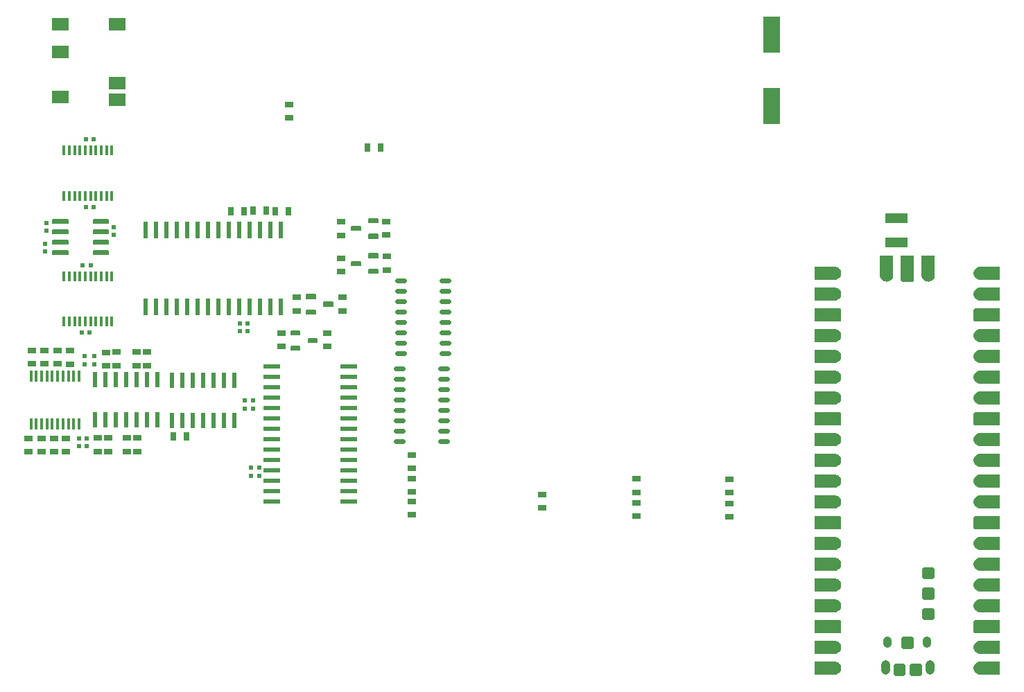
<source format=gbr>
G04 EAGLE Gerber RS-274X export*
G75*
%MOMM*%
%FSLAX34Y34*%
%LPD*%
%INSolderpaste Top*%
%IPPOS*%
%AMOC8*
5,1,8,0,0,1.08239X$1,22.5*%
G01*
G04 Define Apertures*
%ADD10R,2.000000X1.500000*%
%ADD11R,2.715300X1.164600*%
%ADD12R,0.560000X0.629100*%
%ADD13R,0.629100X0.560000*%
%ADD14R,2.115300X4.415700*%
%ADD15R,2.000000X0.600000*%
%ADD16R,0.600000X2.000000*%
%ADD17R,0.973900X0.798700*%
%ADD18R,0.798700X0.973900*%
%ADD19R,0.355600X1.409700*%
%ADD20C,0.600000*%
%ADD21C,1.100000*%
%ADD22C,1.050000*%
%ADD23R,0.558800X1.981200*%
%ADD24C,0.150000*%
%ADD25R,0.304800X1.168400*%
%ADD26C,0.147500*%
G36*
X1136808Y76100D02*
X1136808Y92200D01*
X1166862Y92200D01*
X1167389Y92131D01*
X1167884Y91926D01*
X1168308Y91600D01*
X1168634Y91175D01*
X1168839Y90681D01*
X1168908Y90153D01*
X1168908Y78147D01*
X1168839Y77619D01*
X1168634Y77125D01*
X1168308Y76700D01*
X1167884Y76374D01*
X1167389Y76169D01*
X1166862Y76100D01*
X1136808Y76100D01*
G37*
G36*
X1136808Y203100D02*
X1136808Y219200D01*
X1166862Y219200D01*
X1167389Y219131D01*
X1167884Y218926D01*
X1168308Y218600D01*
X1168634Y218175D01*
X1168839Y217681D01*
X1168908Y217153D01*
X1168908Y205147D01*
X1168839Y204619D01*
X1168634Y204125D01*
X1168308Y203700D01*
X1167884Y203374D01*
X1167389Y203169D01*
X1166862Y203100D01*
X1136808Y203100D01*
G37*
G36*
X1136808Y330100D02*
X1136808Y346200D01*
X1166862Y346200D01*
X1167389Y346131D01*
X1167884Y345926D01*
X1168308Y345600D01*
X1168634Y345175D01*
X1168839Y344681D01*
X1168908Y344153D01*
X1168908Y332147D01*
X1168839Y331619D01*
X1168634Y331125D01*
X1168308Y330700D01*
X1167884Y330374D01*
X1167389Y330169D01*
X1166862Y330100D01*
X1136808Y330100D01*
G37*
G36*
X1136808Y457100D02*
X1136808Y473200D01*
X1166862Y473200D01*
X1167389Y473131D01*
X1167884Y472926D01*
X1168308Y472600D01*
X1168634Y472175D01*
X1168839Y471681D01*
X1168908Y471153D01*
X1168908Y459147D01*
X1168839Y458619D01*
X1168634Y458125D01*
X1168308Y457700D01*
X1167884Y457374D01*
X1167389Y457169D01*
X1166862Y457100D01*
X1136808Y457100D01*
G37*
G36*
X1241708Y507647D02*
X1241708Y537700D01*
X1257808Y537700D01*
X1257808Y507647D01*
X1257739Y507119D01*
X1257534Y506625D01*
X1257208Y506200D01*
X1256784Y505874D01*
X1256289Y505669D01*
X1255762Y505600D01*
X1243755Y505600D01*
X1243228Y505669D01*
X1242733Y505874D01*
X1242309Y506200D01*
X1241983Y506625D01*
X1241778Y507119D01*
X1241708Y507647D01*
G37*
G36*
X1332128Y92131D02*
X1332655Y92200D01*
X1362708Y92200D01*
X1362708Y76100D01*
X1332655Y76100D01*
X1332128Y76169D01*
X1331633Y76374D01*
X1331209Y76700D01*
X1330883Y77125D01*
X1330678Y77619D01*
X1330608Y78147D01*
X1330608Y90153D01*
X1330678Y90681D01*
X1330883Y91175D01*
X1331209Y91600D01*
X1331633Y91926D01*
X1332128Y92131D01*
G37*
G36*
X1332128Y219131D02*
X1332655Y219200D01*
X1362708Y219200D01*
X1362708Y203100D01*
X1332655Y203100D01*
X1332128Y203169D01*
X1331633Y203374D01*
X1331209Y203700D01*
X1330883Y204125D01*
X1330678Y204619D01*
X1330608Y205147D01*
X1330608Y217153D01*
X1330678Y217681D01*
X1330883Y218175D01*
X1331209Y218600D01*
X1331633Y218926D01*
X1332128Y219131D01*
G37*
G36*
X1332128Y346131D02*
X1332655Y346200D01*
X1362708Y346200D01*
X1362708Y330100D01*
X1332655Y330100D01*
X1332128Y330169D01*
X1331633Y330374D01*
X1331209Y330700D01*
X1330883Y331125D01*
X1330678Y331619D01*
X1330608Y332147D01*
X1330608Y344153D01*
X1330678Y344681D01*
X1330883Y345175D01*
X1331209Y345600D01*
X1331633Y345926D01*
X1332128Y346131D01*
G37*
G36*
X1332128Y473131D02*
X1332655Y473200D01*
X1362708Y473200D01*
X1362708Y457100D01*
X1332655Y457100D01*
X1332128Y457169D01*
X1331633Y457374D01*
X1331209Y457700D01*
X1330883Y458125D01*
X1330678Y458619D01*
X1330608Y459147D01*
X1330608Y471153D01*
X1330678Y471681D01*
X1330883Y472175D01*
X1331209Y472600D01*
X1331633Y472926D01*
X1332128Y473131D01*
G37*
G36*
X1136808Y25300D02*
X1136808Y41400D01*
X1160861Y41400D01*
X1162429Y41246D01*
X1163939Y40787D01*
X1165331Y40044D01*
X1166551Y39042D01*
X1167552Y37822D01*
X1168296Y36431D01*
X1168754Y34921D01*
X1168909Y33350D01*
X1168754Y31779D01*
X1168296Y30269D01*
X1167552Y28878D01*
X1166551Y27658D01*
X1165331Y26656D01*
X1163939Y25913D01*
X1162429Y25454D01*
X1160861Y25300D01*
X1136808Y25300D01*
G37*
G36*
X1136808Y50700D02*
X1136808Y66800D01*
X1160861Y66800D01*
X1162429Y66646D01*
X1163939Y66187D01*
X1165331Y65444D01*
X1166551Y64442D01*
X1167552Y63222D01*
X1168296Y61831D01*
X1168754Y60321D01*
X1168909Y58750D01*
X1168754Y57179D01*
X1168296Y55669D01*
X1167552Y54278D01*
X1166551Y53058D01*
X1165331Y52056D01*
X1163939Y51313D01*
X1162429Y50854D01*
X1160861Y50700D01*
X1136808Y50700D01*
G37*
G36*
X1136808Y101500D02*
X1136808Y117600D01*
X1160861Y117600D01*
X1162429Y117446D01*
X1163939Y116987D01*
X1165331Y116244D01*
X1166551Y115242D01*
X1167552Y114022D01*
X1168296Y112631D01*
X1168754Y111121D01*
X1168909Y109550D01*
X1168754Y107979D01*
X1168296Y106469D01*
X1167552Y105078D01*
X1166551Y103858D01*
X1165331Y102856D01*
X1163939Y102113D01*
X1162429Y101654D01*
X1160861Y101500D01*
X1136808Y101500D01*
G37*
G36*
X1136808Y126900D02*
X1136808Y143000D01*
X1160861Y143000D01*
X1162429Y142846D01*
X1163939Y142387D01*
X1165331Y141644D01*
X1166551Y140642D01*
X1167552Y139422D01*
X1168296Y138031D01*
X1168754Y136521D01*
X1168909Y134950D01*
X1168754Y133379D01*
X1168296Y131869D01*
X1167552Y130478D01*
X1166551Y129258D01*
X1165331Y128256D01*
X1163939Y127513D01*
X1162429Y127054D01*
X1160861Y126900D01*
X1136808Y126900D01*
G37*
G36*
X1136808Y152300D02*
X1136808Y168400D01*
X1160861Y168400D01*
X1162429Y168246D01*
X1163939Y167787D01*
X1165331Y167044D01*
X1166551Y166042D01*
X1167552Y164822D01*
X1168296Y163431D01*
X1168754Y161921D01*
X1168909Y160350D01*
X1168754Y158779D01*
X1168296Y157269D01*
X1167552Y155878D01*
X1166551Y154658D01*
X1165331Y153656D01*
X1163939Y152913D01*
X1162429Y152454D01*
X1160861Y152300D01*
X1136808Y152300D01*
G37*
G36*
X1136808Y177700D02*
X1136808Y193800D01*
X1160861Y193800D01*
X1162429Y193646D01*
X1163939Y193187D01*
X1165331Y192444D01*
X1166551Y191442D01*
X1167552Y190222D01*
X1168296Y188831D01*
X1168754Y187321D01*
X1168909Y185750D01*
X1168754Y184179D01*
X1168296Y182669D01*
X1167552Y181278D01*
X1166551Y180058D01*
X1165331Y179056D01*
X1163939Y178313D01*
X1162429Y177854D01*
X1160861Y177700D01*
X1136808Y177700D01*
G37*
G36*
X1136808Y228500D02*
X1136808Y244600D01*
X1160861Y244600D01*
X1162429Y244446D01*
X1163939Y243987D01*
X1165331Y243244D01*
X1166551Y242242D01*
X1167552Y241022D01*
X1168296Y239631D01*
X1168754Y238121D01*
X1168909Y236550D01*
X1168754Y234979D01*
X1168296Y233469D01*
X1167552Y232078D01*
X1166551Y230858D01*
X1165331Y229856D01*
X1163939Y229113D01*
X1162429Y228654D01*
X1160861Y228500D01*
X1136808Y228500D01*
G37*
G36*
X1136808Y253900D02*
X1136808Y270000D01*
X1160861Y270000D01*
X1162429Y269846D01*
X1163939Y269387D01*
X1165331Y268644D01*
X1166551Y267642D01*
X1167552Y266422D01*
X1168296Y265031D01*
X1168754Y263521D01*
X1168909Y261950D01*
X1168754Y260379D01*
X1168296Y258869D01*
X1167552Y257478D01*
X1166551Y256258D01*
X1165331Y255256D01*
X1163939Y254513D01*
X1162429Y254054D01*
X1160861Y253900D01*
X1136808Y253900D01*
G37*
G36*
X1136808Y279300D02*
X1136808Y295400D01*
X1160861Y295400D01*
X1162429Y295246D01*
X1163939Y294787D01*
X1165331Y294044D01*
X1166551Y293042D01*
X1167552Y291822D01*
X1168296Y290431D01*
X1168754Y288921D01*
X1168909Y287350D01*
X1168754Y285779D01*
X1168296Y284269D01*
X1167552Y282878D01*
X1166551Y281658D01*
X1165331Y280656D01*
X1163939Y279913D01*
X1162429Y279454D01*
X1160861Y279300D01*
X1136808Y279300D01*
G37*
G36*
X1136808Y304700D02*
X1136808Y320800D01*
X1160861Y320800D01*
X1162429Y320646D01*
X1163939Y320187D01*
X1165331Y319444D01*
X1166551Y318442D01*
X1167552Y317222D01*
X1168296Y315831D01*
X1168754Y314321D01*
X1168909Y312750D01*
X1168754Y311179D01*
X1168296Y309669D01*
X1167552Y308278D01*
X1166551Y307058D01*
X1165331Y306056D01*
X1163939Y305313D01*
X1162429Y304854D01*
X1160861Y304700D01*
X1136808Y304700D01*
G37*
G36*
X1136808Y355500D02*
X1136808Y371600D01*
X1160861Y371600D01*
X1162429Y371446D01*
X1163939Y370987D01*
X1165331Y370244D01*
X1166551Y369242D01*
X1167552Y368022D01*
X1168296Y366631D01*
X1168754Y365121D01*
X1168909Y363550D01*
X1168754Y361979D01*
X1168296Y360469D01*
X1167552Y359078D01*
X1166551Y357858D01*
X1165331Y356856D01*
X1163939Y356113D01*
X1162429Y355654D01*
X1160861Y355500D01*
X1136808Y355500D01*
G37*
G36*
X1136808Y380900D02*
X1136808Y397000D01*
X1160861Y397000D01*
X1162429Y396846D01*
X1163939Y396387D01*
X1165331Y395644D01*
X1166551Y394642D01*
X1167552Y393422D01*
X1168296Y392031D01*
X1168754Y390521D01*
X1168909Y388950D01*
X1168754Y387379D01*
X1168296Y385869D01*
X1167552Y384478D01*
X1166551Y383258D01*
X1165331Y382256D01*
X1163939Y381513D01*
X1162429Y381054D01*
X1160861Y380900D01*
X1136808Y380900D01*
G37*
G36*
X1136808Y406300D02*
X1136808Y422400D01*
X1160861Y422400D01*
X1162429Y422246D01*
X1163939Y421787D01*
X1165331Y421044D01*
X1166551Y420042D01*
X1167552Y418822D01*
X1168296Y417431D01*
X1168754Y415921D01*
X1168909Y414350D01*
X1168754Y412779D01*
X1168296Y411269D01*
X1167552Y409878D01*
X1166551Y408658D01*
X1165331Y407656D01*
X1163939Y406913D01*
X1162429Y406454D01*
X1160861Y406300D01*
X1136808Y406300D01*
G37*
G36*
X1136808Y431700D02*
X1136808Y447800D01*
X1160861Y447800D01*
X1162429Y447646D01*
X1163939Y447187D01*
X1165331Y446444D01*
X1166551Y445442D01*
X1167552Y444222D01*
X1168296Y442831D01*
X1168754Y441321D01*
X1168909Y439750D01*
X1168754Y438179D01*
X1168296Y436669D01*
X1167552Y435278D01*
X1166551Y434058D01*
X1165331Y433056D01*
X1163939Y432313D01*
X1162429Y431854D01*
X1160861Y431700D01*
X1136808Y431700D01*
G37*
G36*
X1136808Y482500D02*
X1136808Y498600D01*
X1160861Y498600D01*
X1162429Y498446D01*
X1163939Y497987D01*
X1165331Y497244D01*
X1166551Y496242D01*
X1167552Y495022D01*
X1168296Y493631D01*
X1168754Y492121D01*
X1168909Y490550D01*
X1168754Y488979D01*
X1168296Y487469D01*
X1167552Y486078D01*
X1166551Y484858D01*
X1165331Y483856D01*
X1163939Y483113D01*
X1162429Y482654D01*
X1160861Y482500D01*
X1136808Y482500D01*
G37*
G36*
X1136808Y507900D02*
X1136808Y524000D01*
X1160861Y524000D01*
X1162429Y523846D01*
X1163939Y523387D01*
X1165331Y522644D01*
X1166551Y521642D01*
X1167552Y520422D01*
X1168296Y519031D01*
X1168754Y517521D01*
X1168909Y515950D01*
X1168754Y514379D01*
X1168296Y512869D01*
X1167552Y511478D01*
X1166551Y510258D01*
X1165331Y509256D01*
X1163939Y508513D01*
X1162429Y508054D01*
X1160861Y507900D01*
X1136808Y507900D01*
G37*
G36*
X1216308Y513648D02*
X1216308Y537700D01*
X1232408Y537700D01*
X1232408Y513648D01*
X1232254Y512079D01*
X1231796Y510569D01*
X1231052Y509178D01*
X1230051Y507958D01*
X1228831Y506956D01*
X1227439Y506213D01*
X1225929Y505754D01*
X1224358Y505600D01*
X1222788Y505754D01*
X1221278Y506213D01*
X1219886Y506956D01*
X1218666Y507958D01*
X1217665Y509178D01*
X1216921Y510569D01*
X1216463Y512079D01*
X1216308Y513648D01*
G37*
G36*
X1267108Y513648D02*
X1267108Y537700D01*
X1283208Y537700D01*
X1283208Y513648D01*
X1283054Y512079D01*
X1282596Y510569D01*
X1281852Y509178D01*
X1280851Y507958D01*
X1279631Y506956D01*
X1278239Y506213D01*
X1276729Y505754D01*
X1275158Y505600D01*
X1273588Y505754D01*
X1272078Y506213D01*
X1270686Y506956D01*
X1269466Y507958D01*
X1268465Y509178D01*
X1267721Y510569D01*
X1267263Y512079D01*
X1267108Y513648D01*
G37*
G36*
X1337088Y41246D02*
X1338656Y41400D01*
X1362708Y41400D01*
X1362708Y25300D01*
X1338656Y25300D01*
X1337088Y25454D01*
X1335578Y25913D01*
X1334186Y26656D01*
X1332966Y27658D01*
X1331965Y28878D01*
X1331221Y30269D01*
X1330763Y31779D01*
X1330608Y33350D01*
X1330763Y34921D01*
X1331221Y36431D01*
X1331965Y37822D01*
X1332966Y39042D01*
X1334186Y40044D01*
X1335578Y40787D01*
X1337088Y41246D01*
G37*
G36*
X1337088Y66646D02*
X1338656Y66800D01*
X1362708Y66800D01*
X1362708Y50700D01*
X1338656Y50700D01*
X1337088Y50854D01*
X1335578Y51313D01*
X1334186Y52056D01*
X1332966Y53058D01*
X1331965Y54278D01*
X1331221Y55669D01*
X1330763Y57179D01*
X1330608Y58750D01*
X1330763Y60321D01*
X1331221Y61831D01*
X1331965Y63222D01*
X1332966Y64442D01*
X1334186Y65444D01*
X1335578Y66187D01*
X1337088Y66646D01*
G37*
G36*
X1337088Y117446D02*
X1338656Y117600D01*
X1362708Y117600D01*
X1362708Y101500D01*
X1338656Y101500D01*
X1337088Y101654D01*
X1335578Y102113D01*
X1334186Y102856D01*
X1332966Y103858D01*
X1331965Y105078D01*
X1331221Y106469D01*
X1330763Y107979D01*
X1330608Y109550D01*
X1330763Y111121D01*
X1331221Y112631D01*
X1331965Y114022D01*
X1332966Y115242D01*
X1334186Y116244D01*
X1335578Y116987D01*
X1337088Y117446D01*
G37*
G36*
X1337088Y142846D02*
X1338656Y143000D01*
X1362708Y143000D01*
X1362708Y126900D01*
X1338656Y126900D01*
X1337088Y127054D01*
X1335578Y127513D01*
X1334186Y128256D01*
X1332966Y129258D01*
X1331965Y130478D01*
X1331221Y131869D01*
X1330763Y133379D01*
X1330608Y134950D01*
X1330763Y136521D01*
X1331221Y138031D01*
X1331965Y139422D01*
X1332966Y140642D01*
X1334186Y141644D01*
X1335578Y142387D01*
X1337088Y142846D01*
G37*
G36*
X1337088Y168246D02*
X1338656Y168400D01*
X1362708Y168400D01*
X1362708Y152300D01*
X1338656Y152300D01*
X1337088Y152454D01*
X1335578Y152913D01*
X1334186Y153656D01*
X1332966Y154658D01*
X1331965Y155878D01*
X1331221Y157269D01*
X1330763Y158779D01*
X1330608Y160350D01*
X1330763Y161921D01*
X1331221Y163431D01*
X1331965Y164822D01*
X1332966Y166042D01*
X1334186Y167044D01*
X1335578Y167787D01*
X1337088Y168246D01*
G37*
G36*
X1337088Y193646D02*
X1338656Y193800D01*
X1362708Y193800D01*
X1362708Y177700D01*
X1338656Y177700D01*
X1337088Y177854D01*
X1335578Y178313D01*
X1334186Y179056D01*
X1332966Y180058D01*
X1331965Y181278D01*
X1331221Y182669D01*
X1330763Y184179D01*
X1330608Y185750D01*
X1330763Y187321D01*
X1331221Y188831D01*
X1331965Y190222D01*
X1332966Y191442D01*
X1334186Y192444D01*
X1335578Y193187D01*
X1337088Y193646D01*
G37*
G36*
X1337088Y244446D02*
X1338656Y244600D01*
X1362708Y244600D01*
X1362708Y228500D01*
X1338656Y228500D01*
X1337088Y228654D01*
X1335578Y229113D01*
X1334186Y229856D01*
X1332966Y230858D01*
X1331965Y232078D01*
X1331221Y233469D01*
X1330763Y234979D01*
X1330608Y236550D01*
X1330763Y238121D01*
X1331221Y239631D01*
X1331965Y241022D01*
X1332966Y242242D01*
X1334186Y243244D01*
X1335578Y243987D01*
X1337088Y244446D01*
G37*
G36*
X1337088Y269846D02*
X1338656Y270000D01*
X1362708Y270000D01*
X1362708Y253900D01*
X1338656Y253900D01*
X1337088Y254054D01*
X1335578Y254513D01*
X1334186Y255256D01*
X1332966Y256258D01*
X1331965Y257478D01*
X1331221Y258869D01*
X1330763Y260379D01*
X1330608Y261950D01*
X1330763Y263521D01*
X1331221Y265031D01*
X1331965Y266422D01*
X1332966Y267642D01*
X1334186Y268644D01*
X1335578Y269387D01*
X1337088Y269846D01*
G37*
G36*
X1337088Y295246D02*
X1338656Y295400D01*
X1362708Y295400D01*
X1362708Y279300D01*
X1338656Y279300D01*
X1337088Y279454D01*
X1335578Y279913D01*
X1334186Y280656D01*
X1332966Y281658D01*
X1331965Y282878D01*
X1331221Y284269D01*
X1330763Y285779D01*
X1330608Y287350D01*
X1330763Y288921D01*
X1331221Y290431D01*
X1331965Y291822D01*
X1332966Y293042D01*
X1334186Y294044D01*
X1335578Y294787D01*
X1337088Y295246D01*
G37*
G36*
X1337088Y320646D02*
X1338656Y320800D01*
X1362708Y320800D01*
X1362708Y304700D01*
X1338656Y304700D01*
X1337088Y304854D01*
X1335578Y305313D01*
X1334186Y306056D01*
X1332966Y307058D01*
X1331965Y308278D01*
X1331221Y309669D01*
X1330763Y311179D01*
X1330608Y312750D01*
X1330763Y314321D01*
X1331221Y315831D01*
X1331965Y317222D01*
X1332966Y318442D01*
X1334186Y319444D01*
X1335578Y320187D01*
X1337088Y320646D01*
G37*
G36*
X1337088Y371446D02*
X1338656Y371600D01*
X1362708Y371600D01*
X1362708Y355500D01*
X1338656Y355500D01*
X1337088Y355654D01*
X1335578Y356113D01*
X1334186Y356856D01*
X1332966Y357858D01*
X1331965Y359078D01*
X1331221Y360469D01*
X1330763Y361979D01*
X1330608Y363550D01*
X1330763Y365121D01*
X1331221Y366631D01*
X1331965Y368022D01*
X1332966Y369242D01*
X1334186Y370244D01*
X1335578Y370987D01*
X1337088Y371446D01*
G37*
G36*
X1337088Y396846D02*
X1338656Y397000D01*
X1362708Y397000D01*
X1362708Y380900D01*
X1338656Y380900D01*
X1337088Y381054D01*
X1335578Y381513D01*
X1334186Y382256D01*
X1332966Y383258D01*
X1331965Y384478D01*
X1331221Y385869D01*
X1330763Y387379D01*
X1330608Y388950D01*
X1330763Y390521D01*
X1331221Y392031D01*
X1331965Y393422D01*
X1332966Y394642D01*
X1334186Y395644D01*
X1335578Y396387D01*
X1337088Y396846D01*
G37*
G36*
X1337088Y422246D02*
X1338656Y422400D01*
X1362708Y422400D01*
X1362708Y406300D01*
X1338656Y406300D01*
X1337088Y406454D01*
X1335578Y406913D01*
X1334186Y407656D01*
X1332966Y408658D01*
X1331965Y409878D01*
X1331221Y411269D01*
X1330763Y412779D01*
X1330608Y414350D01*
X1330763Y415921D01*
X1331221Y417431D01*
X1331965Y418822D01*
X1332966Y420042D01*
X1334186Y421044D01*
X1335578Y421787D01*
X1337088Y422246D01*
G37*
G36*
X1337088Y447646D02*
X1338656Y447800D01*
X1362708Y447800D01*
X1362708Y431700D01*
X1338656Y431700D01*
X1337088Y431854D01*
X1335578Y432313D01*
X1334186Y433056D01*
X1332966Y434058D01*
X1331965Y435278D01*
X1331221Y436669D01*
X1330763Y438179D01*
X1330608Y439750D01*
X1330763Y441321D01*
X1331221Y442831D01*
X1331965Y444222D01*
X1332966Y445442D01*
X1334186Y446444D01*
X1335578Y447187D01*
X1337088Y447646D01*
G37*
G36*
X1337088Y498446D02*
X1338656Y498600D01*
X1362708Y498600D01*
X1362708Y482500D01*
X1338656Y482500D01*
X1337088Y482654D01*
X1335578Y483113D01*
X1334186Y483856D01*
X1332966Y484858D01*
X1331965Y486078D01*
X1331221Y487469D01*
X1330763Y488979D01*
X1330608Y490550D01*
X1330763Y492121D01*
X1331221Y493631D01*
X1331965Y495022D01*
X1332966Y496242D01*
X1334186Y497244D01*
X1335578Y497987D01*
X1337088Y498446D01*
G37*
G36*
X1337088Y523846D02*
X1338656Y524000D01*
X1362708Y524000D01*
X1362708Y507900D01*
X1338656Y507900D01*
X1337088Y508054D01*
X1335578Y508513D01*
X1334186Y509256D01*
X1332966Y510258D01*
X1331965Y511478D01*
X1331221Y512869D01*
X1330763Y514379D01*
X1330608Y515950D01*
X1330763Y517521D01*
X1331221Y519031D01*
X1331965Y520422D01*
X1332966Y521642D01*
X1334186Y522644D01*
X1335578Y523387D01*
X1337088Y523846D01*
G37*
D10*
X285060Y820310D03*
X215060Y820310D03*
X215060Y786310D03*
X215060Y731310D03*
X285060Y748310D03*
X285060Y728310D03*
D11*
X1236750Y582974D03*
X1236750Y553466D03*
D12*
X458006Y268500D03*
X448314Y268500D03*
D13*
X443760Y454656D03*
X443760Y444964D03*
X434870Y454656D03*
X434870Y444964D03*
D14*
X1084050Y807510D03*
X1084050Y720456D03*
D13*
X256770Y404834D03*
X256770Y414526D03*
X450810Y350714D03*
X450810Y360406D03*
X238530Y313986D03*
X238530Y304294D03*
X245340Y404834D03*
X245340Y414526D03*
X440650Y350714D03*
X440650Y360406D03*
X247420Y313986D03*
X247420Y304294D03*
D12*
X458006Y278660D03*
X448314Y278660D03*
D15*
X473884Y402060D03*
X473884Y389360D03*
X473884Y376660D03*
X473884Y363960D03*
X473884Y351260D03*
X473884Y338560D03*
X473884Y325860D03*
X473884Y313160D03*
X473884Y300460D03*
X473884Y287760D03*
X473884Y275060D03*
X473884Y262360D03*
X473884Y249660D03*
X473884Y236960D03*
X567884Y236960D03*
X567884Y249660D03*
X567884Y262360D03*
X567884Y275060D03*
X567884Y287760D03*
X567884Y300460D03*
X567884Y313160D03*
X567884Y325860D03*
X567884Y338560D03*
X567884Y351260D03*
X567884Y363960D03*
X567884Y376660D03*
X567884Y389360D03*
X567884Y402060D03*
D16*
X319510Y474740D03*
X332210Y474740D03*
X344910Y474740D03*
X357610Y474740D03*
X370310Y474740D03*
X383010Y474740D03*
X395710Y474740D03*
X408410Y474740D03*
X421110Y474740D03*
X433810Y474740D03*
X446510Y474740D03*
X459210Y474740D03*
X471910Y474740D03*
X484610Y474740D03*
X484610Y568740D03*
X471910Y568740D03*
X459210Y568740D03*
X446510Y568740D03*
X433810Y568740D03*
X421110Y568740D03*
X408410Y568740D03*
X395710Y568740D03*
X383010Y568740D03*
X370310Y568740D03*
X357610Y568740D03*
X344910Y568740D03*
X332210Y568740D03*
X319510Y568740D03*
D17*
X1032566Y263780D03*
X1032566Y247476D03*
X176300Y297768D03*
X176300Y314072D03*
X180361Y421433D03*
X180361Y405129D03*
X195664Y421642D03*
X195664Y405338D03*
X212320Y421642D03*
X212320Y405338D03*
X227560Y421114D03*
X227560Y404810D03*
X644756Y264924D03*
X644756Y248620D03*
X918520Y264542D03*
X918520Y248238D03*
X644882Y236823D03*
X644882Y220519D03*
X644882Y293372D03*
X644882Y277068D03*
D18*
X450848Y592050D03*
X467152Y592050D03*
X477357Y592007D03*
X493661Y592007D03*
X423763Y592007D03*
X440067Y592007D03*
D17*
X494560Y722122D03*
X494560Y705818D03*
X1032566Y218266D03*
X1032566Y234570D03*
X918520Y219028D03*
X918520Y235332D03*
X803886Y245112D03*
X803886Y228808D03*
X221720Y297688D03*
X221720Y313992D03*
X207750Y297688D03*
X207750Y313992D03*
X192510Y297688D03*
X192510Y313992D03*
D19*
X238059Y390437D03*
X231560Y390437D03*
X225060Y390437D03*
X218560Y390437D03*
X212060Y390437D03*
X205560Y390437D03*
X199060Y390437D03*
X192560Y390437D03*
X186060Y390437D03*
X179561Y390437D03*
X179561Y331383D03*
X186060Y331383D03*
X192560Y331383D03*
X199060Y331383D03*
X205560Y331383D03*
X212060Y331383D03*
X218560Y331383D03*
X225060Y331383D03*
X231560Y331383D03*
X238059Y331383D03*
D20*
X1255258Y36150D02*
X1264258Y36150D01*
X1264258Y27150D01*
X1255258Y27150D01*
X1255258Y36150D01*
X1255258Y32850D02*
X1264258Y32850D01*
X1244258Y36150D02*
X1235258Y36150D01*
X1244258Y36150D02*
X1244258Y27150D01*
X1235258Y27150D01*
X1235258Y36150D01*
X1235258Y32850D02*
X1244258Y32850D01*
X1245258Y69150D02*
X1254258Y69150D01*
X1254258Y60150D01*
X1245258Y60150D01*
X1245258Y69150D01*
X1245258Y65850D02*
X1254258Y65850D01*
X1270258Y104150D02*
X1279258Y104150D01*
X1279258Y95150D01*
X1270258Y95150D01*
X1270258Y104150D01*
X1270258Y100850D02*
X1279258Y100850D01*
X1279258Y129150D02*
X1270258Y129150D01*
X1279258Y129150D02*
X1279258Y120150D01*
X1270258Y120150D01*
X1270258Y129150D01*
X1270258Y125850D02*
X1279258Y125850D01*
X1279258Y154150D02*
X1270258Y154150D01*
X1279258Y154150D02*
X1279258Y145150D01*
X1270258Y145150D01*
X1270258Y154150D01*
X1270258Y150850D02*
X1279258Y150850D01*
D21*
X1277008Y38150D02*
X1277008Y31150D01*
X1222508Y31150D02*
X1222508Y38150D01*
D22*
X1274008Y62950D02*
X1274008Y66950D01*
X1225508Y66950D02*
X1225508Y62950D01*
D23*
X257898Y336447D03*
X270598Y336447D03*
X283298Y336447D03*
X295998Y336447D03*
X308698Y336447D03*
X321398Y336447D03*
X334098Y336447D03*
X334098Y385723D03*
X321398Y385723D03*
X308698Y385723D03*
X295998Y385723D03*
X283298Y385723D03*
X270598Y385723D03*
X257898Y385723D03*
X428030Y385278D03*
X415330Y385278D03*
X402630Y385278D03*
X389930Y385278D03*
X377230Y385278D03*
X364530Y385278D03*
X351830Y385278D03*
X351830Y336002D03*
X364530Y336002D03*
X377230Y336002D03*
X389930Y336002D03*
X402630Y336002D03*
X415330Y336002D03*
X428030Y336002D03*
D20*
X626400Y507070D02*
X634900Y507070D01*
X634900Y494370D02*
X626400Y494370D01*
X626400Y481670D02*
X634900Y481670D01*
X634900Y468970D02*
X626400Y468970D01*
X626400Y456270D02*
X634900Y456270D01*
X634900Y443570D02*
X626400Y443570D01*
X626400Y430870D02*
X634900Y430870D01*
X634900Y418170D02*
X626400Y418170D01*
X680900Y418170D02*
X689400Y418170D01*
X689400Y430870D02*
X680900Y430870D01*
X680900Y443570D02*
X689400Y443570D01*
X689400Y456270D02*
X680900Y456270D01*
X680900Y468970D02*
X689400Y468970D01*
X689400Y481670D02*
X680900Y481670D01*
X680900Y494370D02*
X689400Y494370D01*
X689400Y507070D02*
X680900Y507070D01*
X633360Y399310D02*
X624860Y399310D01*
X624860Y386610D02*
X633360Y386610D01*
X633360Y373910D02*
X624860Y373910D01*
X624860Y361210D02*
X633360Y361210D01*
X633360Y348510D02*
X624860Y348510D01*
X624860Y335810D02*
X633360Y335810D01*
X633360Y323110D02*
X624860Y323110D01*
X624860Y310410D02*
X633360Y310410D01*
X679360Y310410D02*
X687860Y310410D01*
X687860Y323110D02*
X679360Y323110D01*
X679360Y335810D02*
X687860Y335810D01*
X687860Y348510D02*
X679360Y348510D01*
X679360Y361210D02*
X687860Y361210D01*
X687860Y373910D02*
X679360Y373910D01*
X679360Y386610D02*
X687860Y386610D01*
X687860Y399310D02*
X679360Y399310D01*
D18*
X369362Y316460D03*
X353058Y316460D03*
X590548Y669132D03*
X606852Y669132D03*
D24*
X507650Y440850D02*
X496850Y440850D01*
X496850Y445350D01*
X507650Y445350D01*
X507650Y440850D01*
X507650Y442275D02*
X496850Y442275D01*
X496850Y443700D02*
X507650Y443700D01*
X507650Y445125D02*
X496850Y445125D01*
X518050Y431350D02*
X528850Y431350D01*
X518050Y431350D02*
X518050Y435850D01*
X528850Y435850D01*
X528850Y431350D01*
X528850Y432775D02*
X518050Y432775D01*
X518050Y434200D02*
X528850Y434200D01*
X528850Y435625D02*
X518050Y435625D01*
X507650Y421850D02*
X496850Y421850D01*
X496850Y426350D01*
X507650Y426350D01*
X507650Y421850D01*
X507650Y423275D02*
X496850Y423275D01*
X496850Y424700D02*
X507650Y424700D01*
X507650Y426125D02*
X496850Y426125D01*
D17*
X485670Y426418D03*
X485670Y442722D03*
X560048Y486204D03*
X560048Y469900D03*
X541223Y426466D03*
X541223Y442770D03*
X503960Y486202D03*
X503960Y469898D03*
D24*
X515900Y485300D02*
X526700Y485300D01*
X515900Y485300D02*
X515900Y489800D01*
X526700Y489800D01*
X526700Y485300D01*
X526700Y486725D02*
X515900Y486725D01*
X515900Y488150D02*
X526700Y488150D01*
X526700Y489575D02*
X515900Y489575D01*
X537100Y475800D02*
X547900Y475800D01*
X537100Y475800D02*
X537100Y480300D01*
X547900Y480300D01*
X547900Y475800D01*
X547900Y477225D02*
X537100Y477225D01*
X537100Y478650D02*
X547900Y478650D01*
X547900Y480075D02*
X537100Y480075D01*
X526700Y466300D02*
X515900Y466300D01*
X515900Y470800D01*
X526700Y470800D01*
X526700Y466300D01*
X526700Y467725D02*
X515900Y467725D01*
X515900Y469150D02*
X526700Y469150D01*
X526700Y470575D02*
X515900Y470575D01*
D17*
X271250Y402937D03*
X271250Y419241D03*
X283950Y403098D03*
X283950Y419402D03*
X308080Y403098D03*
X308080Y419402D03*
X321201Y403098D03*
X321201Y419402D03*
X309140Y314452D03*
X309140Y298148D03*
X296440Y314452D03*
X296440Y298148D03*
X273580Y314452D03*
X273580Y298148D03*
X260880Y314452D03*
X260880Y298148D03*
D25*
X278170Y512064D03*
X271670Y512064D03*
X265170Y512064D03*
X258670Y512064D03*
X252170Y512064D03*
X245670Y512064D03*
X239170Y512064D03*
X232670Y512064D03*
X226170Y512064D03*
X219670Y512064D03*
X219670Y456692D03*
X226170Y456692D03*
X232670Y456692D03*
X239170Y456692D03*
X245670Y456692D03*
X252170Y456692D03*
X258670Y456692D03*
X265170Y456692D03*
X271670Y456692D03*
X278170Y456692D03*
X219820Y610362D03*
X226320Y610362D03*
X232820Y610362D03*
X239320Y610362D03*
X245820Y610362D03*
X252320Y610362D03*
X258820Y610362D03*
X265320Y610362D03*
X271820Y610362D03*
X278320Y610362D03*
X278320Y665734D03*
X271820Y665734D03*
X265320Y665734D03*
X258820Y665734D03*
X252320Y665734D03*
X245820Y665734D03*
X239320Y665734D03*
X232820Y665734D03*
X226320Y665734D03*
X219820Y665734D03*
D26*
X255667Y543233D02*
X273893Y543233D01*
X273893Y538807D01*
X255667Y538807D01*
X255667Y543233D01*
X255667Y540208D02*
X273893Y540208D01*
X273893Y541609D02*
X255667Y541609D01*
X255667Y543010D02*
X273893Y543010D01*
X273893Y555933D02*
X255667Y555933D01*
X273893Y555933D02*
X273893Y551507D01*
X255667Y551507D01*
X255667Y555933D01*
X255667Y552908D02*
X273893Y552908D01*
X273893Y554309D02*
X255667Y554309D01*
X255667Y555710D02*
X273893Y555710D01*
X273893Y568633D02*
X255667Y568633D01*
X273893Y568633D02*
X273893Y564207D01*
X255667Y564207D01*
X255667Y568633D01*
X255667Y565608D02*
X273893Y565608D01*
X273893Y567009D02*
X255667Y567009D01*
X255667Y568410D02*
X273893Y568410D01*
X273893Y581333D02*
X255667Y581333D01*
X273893Y581333D02*
X273893Y576907D01*
X255667Y576907D01*
X255667Y581333D01*
X255667Y578308D02*
X273893Y578308D01*
X273893Y579709D02*
X255667Y579709D01*
X255667Y581110D02*
X273893Y581110D01*
X224393Y581333D02*
X206167Y581333D01*
X224393Y581333D02*
X224393Y576907D01*
X206167Y576907D01*
X206167Y581333D01*
X206167Y578308D02*
X224393Y578308D01*
X224393Y579709D02*
X206167Y579709D01*
X206167Y581110D02*
X224393Y581110D01*
X224393Y568633D02*
X206167Y568633D01*
X224393Y568633D02*
X224393Y564207D01*
X206167Y564207D01*
X206167Y568633D01*
X206167Y565608D02*
X224393Y565608D01*
X224393Y567009D02*
X206167Y567009D01*
X206167Y568410D02*
X224393Y568410D01*
X224393Y555933D02*
X206167Y555933D01*
X224393Y555933D02*
X224393Y551507D01*
X206167Y551507D01*
X206167Y555933D01*
X206167Y552908D02*
X224393Y552908D01*
X224393Y554309D02*
X206167Y554309D01*
X206167Y555710D02*
X224393Y555710D01*
X224393Y543233D02*
X206167Y543233D01*
X224393Y543233D02*
X224393Y538807D01*
X206167Y538807D01*
X206167Y543233D01*
X206167Y540208D02*
X224393Y540208D01*
X224393Y541609D02*
X206167Y541609D01*
X206167Y543010D02*
X224393Y543010D01*
D13*
X196850Y542524D03*
X196850Y552216D03*
X280670Y562844D03*
X280670Y572536D03*
X198120Y567924D03*
X198120Y577616D03*
D12*
X246614Y679450D03*
X256306Y679450D03*
X246614Y596900D03*
X256306Y596900D03*
X252496Y525780D03*
X242804Y525780D03*
X251226Y443230D03*
X241534Y443230D03*
D24*
X591940Y563488D02*
X602740Y563488D01*
X602740Y558988D01*
X591940Y558988D01*
X591940Y563488D01*
X591940Y560413D02*
X602740Y560413D01*
X602740Y561838D02*
X591940Y561838D01*
X591940Y563263D02*
X602740Y563263D01*
X581540Y572988D02*
X570740Y572988D01*
X581540Y572988D02*
X581540Y568488D01*
X570740Y568488D01*
X570740Y572988D01*
X570740Y569913D02*
X581540Y569913D01*
X581540Y571338D02*
X570740Y571338D01*
X570740Y572763D02*
X581540Y572763D01*
X591940Y582488D02*
X602740Y582488D01*
X602740Y577988D01*
X591940Y577988D01*
X591940Y582488D01*
X591940Y579413D02*
X602740Y579413D01*
X602740Y580838D02*
X591940Y580838D01*
X591940Y582263D02*
X602740Y582263D01*
D17*
X558038Y578636D03*
X558038Y562332D03*
X612902Y562840D03*
X612902Y579144D03*
D24*
X602994Y520697D02*
X592194Y520697D01*
X602994Y520697D02*
X602994Y516197D01*
X592194Y516197D01*
X592194Y520697D01*
X592194Y517622D02*
X602994Y517622D01*
X602994Y519047D02*
X592194Y519047D01*
X592194Y520472D02*
X602994Y520472D01*
X581794Y530197D02*
X570994Y530197D01*
X581794Y530197D02*
X581794Y525697D01*
X570994Y525697D01*
X570994Y530197D01*
X570994Y527122D02*
X581794Y527122D01*
X581794Y528547D02*
X570994Y528547D01*
X570994Y529972D02*
X581794Y529972D01*
X592194Y539697D02*
X602994Y539697D01*
X602994Y535197D01*
X592194Y535197D01*
X592194Y539697D01*
X592194Y536622D02*
X602994Y536622D01*
X602994Y538047D02*
X592194Y538047D01*
X592194Y539472D02*
X602994Y539472D01*
D17*
X614172Y519914D03*
X614172Y536218D03*
X558546Y517882D03*
X558546Y534186D03*
M02*

</source>
